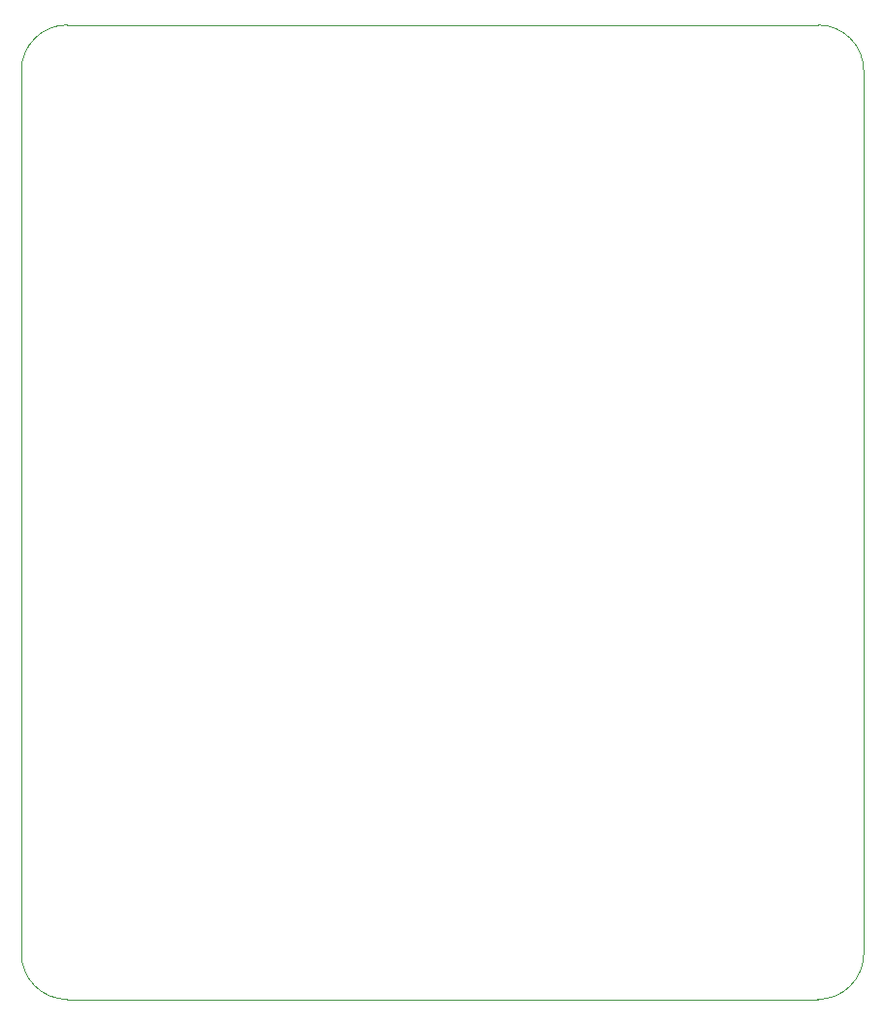
<source format=gm1>
G04 #@! TF.GenerationSoftware,KiCad,Pcbnew,(5.1.5)-3*
G04 #@! TF.CreationDate,2020-01-25T00:11:38-03:30*
G04 #@! TF.ProjectId,Power Sense PCB,506f7765-7220-4536-956e-736520504342,rev?*
G04 #@! TF.SameCoordinates,Original*
G04 #@! TF.FileFunction,Profile,NP*
%FSLAX46Y46*%
G04 Gerber Fmt 4.6, Leading zero omitted, Abs format (unit mm)*
G04 Created by KiCad (PCBNEW (5.1.5)-3) date 2020-01-25 00:11:38*
%MOMM*%
%LPD*%
G04 APERTURE LIST*
%ADD10C,0.050000*%
G04 APERTURE END LIST*
D10*
X59250000Y-125750000D02*
G75*
G02X55250000Y-121750000I0J4000000D01*
G01*
X128750000Y-121750000D02*
G75*
G02X124750000Y-125750000I-4000000J0D01*
G01*
X124750000Y-40750000D02*
G75*
G02X128750000Y-44750000I0J-4000000D01*
G01*
X55250000Y-44750000D02*
G75*
G02X59250000Y-40750000I4000000J0D01*
G01*
X124750000Y-125750000D02*
X59250000Y-125750000D01*
X128750000Y-44750000D02*
X128750000Y-121750000D01*
X59250000Y-40750000D02*
X124750000Y-40750000D01*
X55250000Y-121750000D02*
X55250000Y-44750000D01*
M02*

</source>
